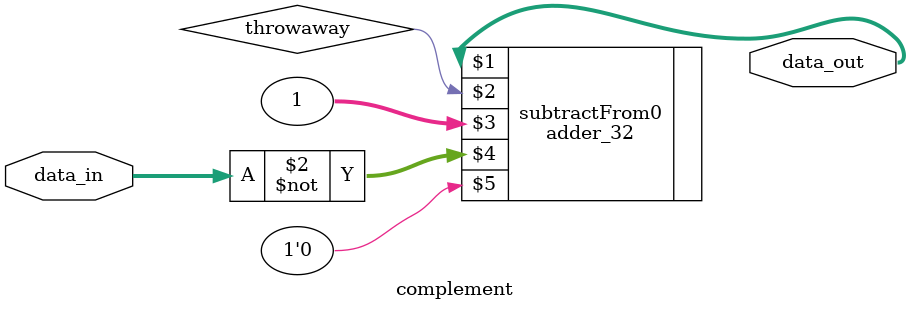
<source format=v>
module complement(data_out, data_in); 
    input [31:0] data_in; 
    output [31:0] data_out; 

    wire throwaway; 
    adder_32 subtractFrom0(data_out, throwaway, 1, ~data_in, 1'b0); 

endmodule
</source>
